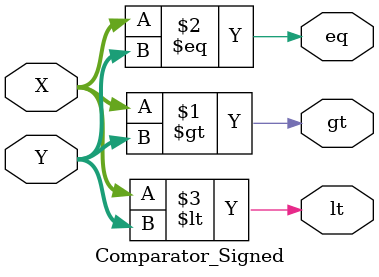
<source format=v>
module Comparator_Signed (
    input signed [31:0] X,
    input signed [31:0] Y,
    output gt,
    output eq,
    output lt
);

    assign gt = X > Y;
    assign eq = X == Y;
    assign lt = X < Y;

endmodule

</source>
